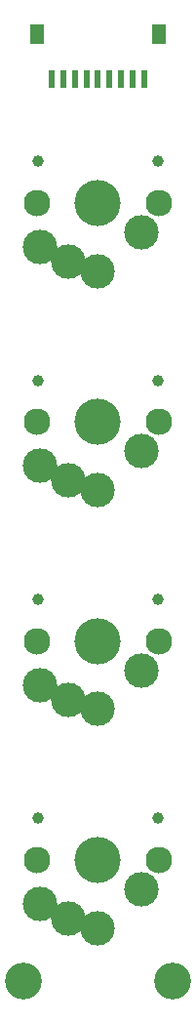
<source format=gts>
G04 #@! TF.GenerationSoftware,KiCad,Pcbnew,7.0.8*
G04 #@! TF.CreationDate,2023-10-17T04:22:42-07:00*
G04 #@! TF.ProjectId,Seismos_4-Key,53656973-6d6f-4735-9f34-2d4b65792e6b,rev?*
G04 #@! TF.SameCoordinates,Original*
G04 #@! TF.FileFunction,Soldermask,Top*
G04 #@! TF.FilePolarity,Negative*
%FSLAX46Y46*%
G04 Gerber Fmt 4.6, Leading zero omitted, Abs format (unit mm)*
G04 Created by KiCad (PCBNEW 7.0.8) date 2023-10-17 04:22:42*
%MOMM*%
%LPD*%
G01*
G04 APERTURE LIST*
%ADD10C,2.300000*%
%ADD11C,1.000000*%
%ADD12C,3.000000*%
%ADD13C,4.000000*%
%ADD14R,0.600000X1.550000*%
%ADD15R,1.200000X1.800000*%
%ADD16C,3.200000*%
G04 APERTURE END LIST*
D10*
X41700000Y-60000000D03*
D11*
X41780000Y-56384200D03*
D12*
X42000000Y-63800000D03*
X44460000Y-65080000D03*
D13*
X47000000Y-60000000D03*
D12*
X47000000Y-65900000D03*
X50810000Y-62540000D03*
D11*
X52220000Y-56384200D03*
D10*
X52300000Y-60000000D03*
X41700000Y-41000000D03*
D11*
X41780000Y-37384200D03*
D12*
X42000000Y-44800000D03*
X44460000Y-46080000D03*
D13*
X47000000Y-41000000D03*
D12*
X47000000Y-46900000D03*
X50810000Y-43540000D03*
D11*
X52220000Y-37384200D03*
D10*
X52300000Y-41000000D03*
X41700000Y-79000000D03*
D11*
X41780000Y-75384200D03*
D12*
X42000000Y-82800000D03*
X44460000Y-84080000D03*
D13*
X47000000Y-79000000D03*
D12*
X47000000Y-84900000D03*
X50810000Y-81540000D03*
D11*
X52220000Y-75384200D03*
D10*
X52300000Y-79000000D03*
X41700000Y-98000000D03*
D11*
X41780000Y-94384200D03*
D12*
X42000000Y-101800000D03*
X44460000Y-103080000D03*
D13*
X47000000Y-98000000D03*
D12*
X47000000Y-103900000D03*
X50810000Y-100540000D03*
D11*
X52220000Y-94384200D03*
D10*
X52300000Y-98000000D03*
D14*
X51000000Y-30275000D03*
X50000000Y-30275000D03*
X49000000Y-30275000D03*
X48000000Y-30275000D03*
X47000000Y-30275000D03*
X46000000Y-30275000D03*
X45000000Y-30275000D03*
X44000000Y-30275000D03*
X43000000Y-30275000D03*
D15*
X52300000Y-26400000D03*
X41700000Y-26400000D03*
D16*
X53500000Y-108500000D03*
X40500000Y-108500000D03*
M02*

</source>
